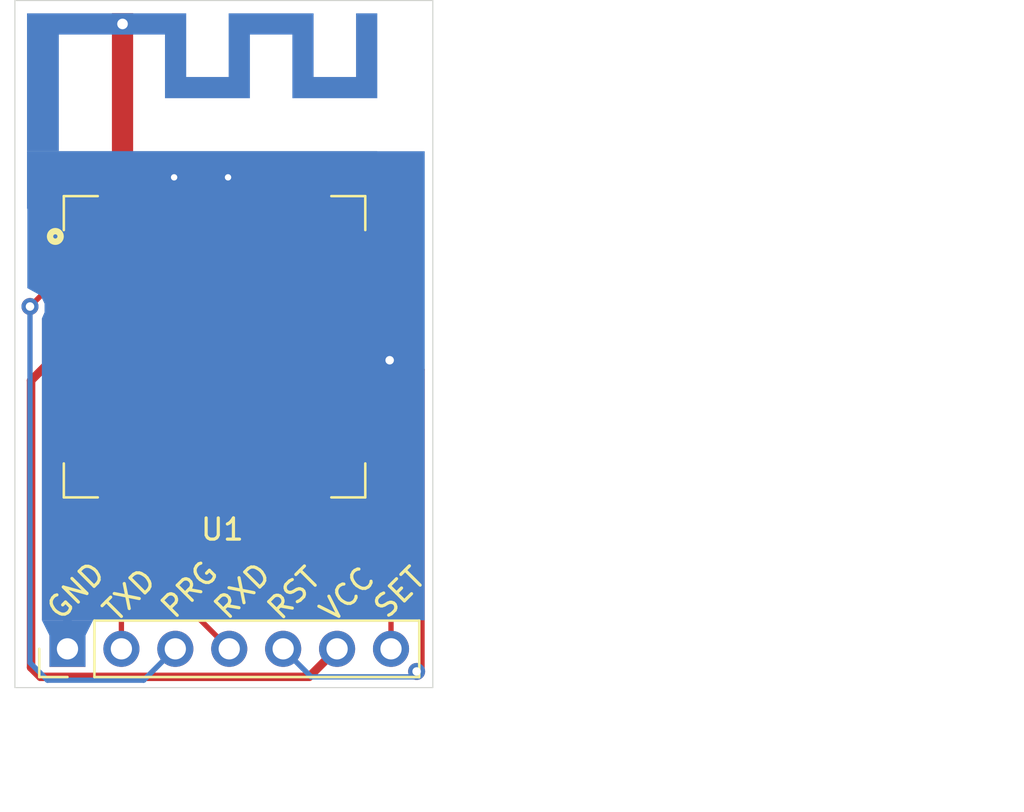
<source format=kicad_pcb>
(kicad_pcb (version 20171130) (host pcbnew "(5.1.8)-1")

  (general
    (thickness 1)
    (drawings 14)
    (tracks 54)
    (zones 0)
    (modules 2)
    (nets 29)
  )

  (page A4)
  (layers
    (0 F.Cu signal)
    (31 B.Cu signal)
    (32 B.Adhes user)
    (33 F.Adhes user)
    (34 B.Paste user)
    (35 F.Paste user)
    (36 B.SilkS user)
    (37 F.SilkS user)
    (38 B.Mask user)
    (39 F.Mask user)
    (40 Dwgs.User user)
    (41 Cmts.User user)
    (42 Eco1.User user)
    (43 Eco2.User user)
    (44 Edge.Cuts user)
    (45 Margin user)
    (46 B.CrtYd user)
    (47 F.CrtYd user)
    (48 B.Fab user)
    (49 F.Fab user)
  )

  (setup
    (last_trace_width 0.25)
    (user_trace_width 0.4)
    (trace_clearance 0.2)
    (zone_clearance 0)
    (zone_45_only no)
    (trace_min 0.2)
    (via_size 0.8)
    (via_drill 0.4)
    (via_min_size 0.4)
    (via_min_drill 0.3)
    (uvia_size 0.3)
    (uvia_drill 0.1)
    (uvias_allowed no)
    (uvia_min_size 0.2)
    (uvia_min_drill 0.1)
    (edge_width 0.05)
    (segment_width 0.2)
    (pcb_text_width 0.3)
    (pcb_text_size 1.5 1.5)
    (mod_edge_width 0.12)
    (mod_text_size 1 1)
    (mod_text_width 0.15)
    (pad_size 1.524 1.524)
    (pad_drill 0.762)
    (pad_to_mask_clearance 0)
    (aux_axis_origin 0 0)
    (visible_elements 7FFFFFFF)
    (pcbplotparams
      (layerselection 0x010ec_ffffffff)
      (usegerberextensions false)
      (usegerberattributes true)
      (usegerberadvancedattributes true)
      (creategerberjobfile true)
      (excludeedgelayer true)
      (linewidth 0.100000)
      (plotframeref false)
      (viasonmask false)
      (mode 1)
      (useauxorigin false)
      (hpglpennumber 1)
      (hpglpenspeed 20)
      (hpglpendiameter 15.000000)
      (psnegative false)
      (psa4output false)
      (plotreference true)
      (plotvalue true)
      (plotinvisibletext false)
      (padsonsilk false)
      (subtractmaskfromsilk false)
      (outputformat 4)
      (mirror false)
      (drillshape 0)
      (scaleselection 1)
      (outputdirectory "gerber/"))
  )

  (net 0 "")
  (net 1 /SET)
  (net 2 /VCC)
  (net 3 /RST)
  (net 4 /RXD)
  (net 5 /PRG)
  (net 6 /TXD)
  (net 7 /TWE_GND)
  (net 8 "Net-(U1-Pad25)")
  (net 9 "Net-(U1-Pad27)")
  (net 10 "Net-(U1-Pad26)")
  (net 11 "Net-(U1-Pad7)")
  (net 12 "Net-(U1-Pad4)")
  (net 13 "Net-(U1-Pad6)")
  (net 14 "Net-(U1-Pad1)")
  (net 15 "Net-(U1-Pad3)")
  (net 16 "Net-(U1-Pad10)")
  (net 17 "Net-(U1-Pad11)")
  (net 18 "Net-(U1-Pad12)")
  (net 19 "Net-(U1-Pad14)")
  (net 20 "Net-(U1-Pad15)")
  (net 21 "Net-(U1-Pad16)")
  (net 22 "Net-(U1-Pad17)")
  (net 23 "Net-(U1-Pad18)")
  (net 24 "Net-(U1-Pad19)")
  (net 25 "Net-(U1-Pad24)")
  (net 26 "Net-(U1-Pad22)")
  (net 27 "Net-(U1-Pad23)")
  (net 28 "Net-(U1-Pad29)")

  (net_class Default "This is the default net class."
    (clearance 0.2)
    (trace_width 0.25)
    (via_dia 0.8)
    (via_drill 0.4)
    (uvia_dia 0.3)
    (uvia_drill 0.1)
    (add_net /PRG)
    (add_net /RST)
    (add_net /RXD)
    (add_net /SET)
    (add_net /TWE_GND)
    (add_net /TXD)
    (add_net /VCC)
    (add_net "Net-(U1-Pad1)")
    (add_net "Net-(U1-Pad10)")
    (add_net "Net-(U1-Pad11)")
    (add_net "Net-(U1-Pad12)")
    (add_net "Net-(U1-Pad14)")
    (add_net "Net-(U1-Pad15)")
    (add_net "Net-(U1-Pad16)")
    (add_net "Net-(U1-Pad17)")
    (add_net "Net-(U1-Pad18)")
    (add_net "Net-(U1-Pad19)")
    (add_net "Net-(U1-Pad22)")
    (add_net "Net-(U1-Pad23)")
    (add_net "Net-(U1-Pad24)")
    (add_net "Net-(U1-Pad25)")
    (add_net "Net-(U1-Pad26)")
    (add_net "Net-(U1-Pad27)")
    (add_net "Net-(U1-Pad29)")
    (add_net "Net-(U1-Pad3)")
    (add_net "Net-(U1-Pad4)")
    (add_net "Net-(U1-Pad6)")
    (add_net "Net-(U1-Pad7)")
  )

  (module MonoWireless:MonoWireless_TWELITE_SMD_w_RevF_Ant (layer F.Cu) (tedit 600137CE) (tstamp 5FFEB71F)
    (at 112.9096 74.103601)
    (descr https://www.mono-wireless.com/jp/products/TWE-LITE/MW-PDS-TWELITE-JP.pdf)
    (tags "TWELITE TWE-L-WX MW-R-WX PCB Antenna")
    (path /5FFEB28A)
    (attr smd)
    (fp_text reference U1 (at 0.365736 8.612759) (layer F.SilkS)
      (effects (font (size 1 1) (thickness 0.15)))
    )
    (fp_text value TWE-L-WX (at 0.5 10.5) (layer F.Fab)
      (effects (font (size 1 1) (thickness 0.15)))
    )
    (fp_line (start 8.68 -6.99) (end 10.59 -8.97) (layer Cmts.User) (width 0.12))
    (fp_poly (pts (xy 8.55 -7.82) (xy 8.98 -6.19) (xy 8.29 -4.32) (xy -9.02 -3.6)
      (xy -10 -5.6) (xy -9.41 -7.04) (xy -9.76 -9.21) (xy 9.16 -9.21)) (layer Cmts.User) (width 0))
    (fp_line (start -5.36 -6.5) (end 1.3 -6.5) (layer B.CrtYd) (width 0.01))
    (fp_line (start -6.84 -6.5) (end -5.303866 -4.968869) (layer B.CrtYd) (width 0.01))
    (fp_line (start -5.344954 -6.484996) (end -4.538426 -5.694078) (layer Cmts.User) (width 0.01))
    (fp_line (start -8.834997 -8.49373) (end -5.303866 -4.962599) (layer Cmts.User) (width 0.01))
    (fp_line (start 7.7 -8) (end 1.3 -8) (layer B.CrtYd) (width 0.01))
    (fp_line (start 1.3 -8) (end 1.3 -6.5) (layer B.CrtYd) (width 0.01))
    (fp_line (start -8.9 -15.8) (end 7.7 -15.8) (layer B.CrtYd) (width 0.01))
    (fp_line (start -8.9 -6.5) (end -8.9 -15.8) (layer B.CrtYd) (width 0.01))
    (fp_line (start -6.84 -6.5) (end -8.9 -6.5) (layer B.CrtYd) (width 0.01))
    (fp_line (start 7.7 -15.8) (end 7.7 -8) (layer B.CrtYd) (width 0.01))
    (fp_line (start -8.9 -8.4) (end -7.69 -7.2) (layer F.CrtYd) (width 0.05))
    (fp_line (start -8.9 -15.8) (end -8.9 -8.4) (layer F.CrtYd) (width 0.05))
    (fp_line (start 6.985 6.985) (end 6.985 -6.985) (layer F.Fab) (width 0.1))
    (fp_line (start -7.69 -7.2) (end -7.69 7.69) (layer F.CrtYd) (width 0.05))
    (fp_line (start 7.7 -15.8) (end -8.9 -15.8) (layer F.CrtYd) (width 0.05))
    (fp_line (start 7.7 7.69) (end 7.7 -15.8) (layer F.CrtYd) (width 0.05))
    (fp_line (start -6.985 6.985) (end 6.985 6.985) (layer F.Fab) (width 0.1))
    (fp_line (start -6.25 -6.985) (end -6.985 -6.25) (layer F.Fab) (width 0.1))
    (fp_line (start -7.69 7.69) (end 7.69 7.69) (layer F.CrtYd) (width 0.05))
    (fp_line (start -6.985 -6.25) (end -6.985 6.985) (layer F.Fab) (width 0.1))
    (fp_line (start 6.985 -6.985) (end -6.25 -6.985) (layer F.Fab) (width 0.1))
    (fp_poly (pts (xy -1.334995 -12.714999) (xy 0.665002 -12.714999) (xy 0.665002 -15.714993) (xy 4.664998 -15.714993)
      (xy 4.664998 -12.714999) (xy 6.664997 -12.714999) (xy 6.664997 -15.714993) (xy 7.665013 -15.714993)
      (xy 7.665013 -11.714996) (xy 3.665017 -11.714996) (xy 3.665017 -14.714998) (xy 1.665019 -14.714998)
      (xy 1.665003 -11.714995) (xy -2.335012 -11.714996) (xy -2.335012 -14.714998) (xy -7.33499 -14.714998)
      (xy -7.33499 -9.214995) (xy -8.834997 -9.214995) (xy -8.834997 -15.714993) (xy -1.334995 -15.714993)) (layer B.Cu) (width 0))
    (fp_poly (pts (xy 7.666503 -9.214995) (xy -8.834997 -9.214995) (xy -8.834997 -6.504995) (xy 7.665013 -6.504995)
      (xy 7.666503 -9.220595)) (layer B.Cu) (width 0))
    (fp_poly (pts (xy -3.834997 -8.214996) (xy -7.58501 -8.214996) (xy -4.614397 -5.296295) (xy -4.411197 -5.105795)
      (xy -4.703297 -4.839095) (xy -4.902302 -5.03228) (xy -8.081497 -8.217295) (xy -8.08501 -8.714996)
      (xy -4.834997 -8.714996) (xy -4.834997 -15.714994) (xy -3.834997 -15.714994)) (layer F.Cu) (width 0))
    (fp_poly (pts (xy 1.085004 -6.866003) (xy 0.185004 -6.866003) (xy 0.185004 -7.984996) (xy 1.085004 -7.984996)) (layer F.Cu) (width 0))
    (fp_poly (pts (xy -1.454996 -6.866003) (xy -2.354996 -6.866003) (xy -2.354996 -7.984996) (xy -1.454996 -7.984996)) (layer F.Cu) (width 0))
    (fp_line (start 7.665013 -15.714993) (end 7.665013 -11.714996) (layer F.Fab) (width 0.01))
    (fp_line (start -5.36 -6.5) (end -4.538426 -5.694078) (layer B.CrtYd) (width 0.01))
    (fp_line (start 1.270003 -6.484996) (end -5.344954 -6.484996) (layer Cmts.User) (width 0.01))
    (fp_line (start 1.270003 -7.964996) (end 1.270003 -6.484996) (layer Cmts.User) (width 0.01))
    (fp_line (start 7.665013 -7.964996) (end 1.270003 -7.964996) (layer Cmts.User) (width 0.01))
    (fp_line (start 7.665013 -15.8) (end 7.665013 -7.964996) (layer F.Fab) (width 0.01))
    (fp_line (start -8.834997 -15.8) (end 7.665013 -15.8) (layer Cmts.User) (width 0.01))
    (fp_line (start -8.834997 -8.493729) (end -8.834997 -15.8) (layer Cmts.User) (width 0.01))
    (fp_line (start -7.1 -7.1) (end -7.1 -5.5) (layer F.SilkS) (width 0.12))
    (fp_line (start -7.1 -7.1) (end -5.5 -7.1) (layer F.SilkS) (width 0.12))
    (fp_line (start 7.1 -7.1) (end 5.5 -7.1) (layer F.SilkS) (width 0.12))
    (fp_line (start 7.1 -7.1) (end 7.1 -5.5) (layer F.SilkS) (width 0.12))
    (fp_line (start 7.1 7.1) (end 5.5 7.1) (layer F.SilkS) (width 0.12))
    (fp_line (start 7.1 7.1) (end 7.1 5.5) (layer F.SilkS) (width 0.12))
    (fp_line (start -7.1 7.1) (end -7.1 5.5) (layer F.SilkS) (width 0.12))
    (fp_line (start -5.5 7.1) (end -7.1 7.1) (layer F.SilkS) (width 0.12))
    (fp_circle (center -7.5 -5.2) (end -7.4 -5.2) (layer F.SilkS) (width 0.3))
    (fp_circle (center -4.335775 -6.985) (end -4.235775 -6.985) (layer F.Mask) (width 0.3))
    (fp_circle (center -4.335 -4.715) (end -4.035 -4.715) (layer F.Cu) (width 0.7))
    (fp_circle (center -4.335 -4.715) (end -4.035 -4.715) (layer F.Mask) (width 0.75))
    (fp_circle (center -4.335 -4.715) (end -4.035 -4.715) (layer F.Paste) (width 0.7))
    (fp_line (start -5.344954 -6.484996) (end -4.538426 -5.694078) (layer F.Fab) (width 0.01))
    (fp_line (start 7.665013 -15.714993) (end 7.665013 -11.714996) (layer F.Fab) (width 0.01))
    (fp_line (start -8.834997 -8.49373) (end -5.303866 -4.962599) (layer F.Fab) (width 0.01))
    (fp_line (start -8.834997 -15.8) (end 7.665013 -15.8) (layer F.Fab) (width 0.01))
    (fp_line (start 1.270003 -7.964996) (end 1.270003 -6.484996) (layer F.Fab) (width 0.01))
    (fp_line (start 7.665013 -15.8) (end 7.665013 -7.964996) (layer Cmts.User) (width 0.01))
    (fp_line (start 7.665013 -7.964996) (end 1.270003 -7.964996) (layer F.Fab) (width 0.01))
    (fp_line (start 1.270003 -6.484996) (end -5.344954 -6.484996) (layer F.Fab) (width 0.01))
    (fp_line (start -8.834997 -8.493729) (end -8.834997 -15.8) (layer F.Fab) (width 0.01))
    (fp_line (start 7.58 -13.82) (end 9.55 -14.45) (layer Cmts.User) (width 0.12))
    (fp_line (start 10.795 -5.08) (end 38.1 -5.08) (layer Cmts.User) (width 0.1))
    (fp_line (start 38.1 -5.08) (end 38.1 15.875) (layer Cmts.User) (width 0.1))
    (fp_line (start 38.1 15.875) (end 10.795 15.875) (layer Cmts.User) (width 0.1))
    (fp_line (start 10.795 15.875) (end 10.795 -5.08) (layer Cmts.User) (width 0.1))
    (fp_text user "RF CERTIFICATION: REFER THE FOLLOWING SITE." (at 12.43 -3.89) (layer Cmts.User)
      (effects (font (size 0.6 0.5) (thickness 0.08)) (justify left))
    )
    (fp_text user https://twelite.gitbook.io/general/radio-cert/design-revf-ant (at 12.53 -2.8) (layer Cmts.User)
      (effects (font (size 0.6 0.5) (thickness 0.08)) (justify left))
    )
    (fp_text user "- \"DRC\" WILL HAVE SOME WARNINGS/ERRORS" (at 12.49 2.48) (layer Cmts.User)
      (effects (font (size 0.6 0.5) (thickness 0.08)) (justify left))
    )
    (fp_text user "- REDISTRIBUTE THIS OR MODIFIED DESIGN" (at 13.01 11.92) (layer Cmts.User)
      (effects (font (size 0.6 0.5) (thickness 0.08)) (justify left))
    )
    (fp_text user "WITH LICENSE NOTICE OF \"MW-SLA-1\"" (at 14.07 13.09) (layer Cmts.User)
      (effects (font (size 0.6 0.5) (thickness 0.08)) (justify left))
    )
    (fp_text user "- USE WITHOUT ANY LOYALTY FEE" (at 13.05 9.66) (layer Cmts.User)
      (effects (font (size 0.6 0.5) (thickness 0.08)) (justify left))
    )
    (fp_text user "* SEE LICENSE NOTICE FOR FURTHER DETAILS" (at 13.11 14.2) (layer Cmts.User)
      (effects (font (size 0.6 0.5) (thickness 0.08)) (justify left))
    )
    (fp_text user https://mono-wireless.com/jp/products/TWE-NET/license.html (at 12.89 6.61) (layer Cmts.User)
      (effects (font (size 0.6 0.5) (thickness 0.08)) (justify left))
    )
    (fp_text user "THIS DEISGN IS RELEASED UNDER \"MW-SLA-1\"." (at 12.84 5.52) (layer Cmts.User)
      (effects (font (size 0.6 0.5) (thickness 0.08)) (justify left))
    )
    (fp_text user "Copyright (C) 2021 Mono Wireless Inc. All Rights Reserved." (at 12.1 4.2) (layer Cmts.User)
      (effects (font (size 0.6 0.5) (thickness 0.08)) (justify left))
    )
    (fp_text user "AS LONG AS USED WITH TWELITE RF MODULE, YOU CAN ..." (at 12.99 8.52) (layer Cmts.User)
      (effects (font (size 0.6 0.5) (thickness 0.08)) (justify left))
    )
    (fp_text user "- USE FOR COMMERCIAL PURPOSE" (at 13.01 10.75) (layer Cmts.User)
      (effects (font (size 0.6 0.5) (thickness 0.08)) (justify left))
    )
    (fp_text user "- NEVER CHANGE \"DO NOT WIRE\" AREA" (at 12.49 1.39) (layer Cmts.User)
      (effects (font (size 0.6 0.5) (thickness 0.08)) (justify left))
    )
    (fp_text user "- PCB MATERIAL FR-4, T=1.0mm (2 or 4Layers)" (at 12.49 0.37) (layer Cmts.User)
      (effects (font (size 0.6 0.5) (thickness 0.08)) (justify left))
    )
    (fp_text user "GENERAL NOTICES:" (at 12.39 -0.72) (layer Cmts.User)
      (effects (font (size 0.6 0.5) (thickness 0.08)) (justify left))
    )
    (fp_text user "(e.g. WIRE, SCREWS)" (at 10.18 -12.18) (layer Cmts.User)
      (effects (font (size 0.6 0.5) (thickness 0.08)) (justify left))
    )
    (fp_text user "AROUND ANTENNA ELEMENT" (at 10.1 -13.35) (layer Cmts.User)
      (effects (font (size 0.6 0.5) (thickness 0.08)) (justify left))
    )
    (fp_text user "NO CONDUCTIVE MATTERS" (at 10.06 -14.45) (layer Cmts.User)
      (effects (font (size 0.6 0.5) (thickness 0.08)) (justify left))
    )
    (fp_text user "- MINIMIZE WIRING ON GND PLANE ON \"B\"" (at 10.81 -6.78) (layer Cmts.User)
      (effects (font (size 0.6 0.5) (thickness 0.08)) (justify left))
    )
    (fp_text user "- SIZE -> X: 20 to 40mm, Y: 20 to 40mm" (at 10.77 -7.92) (layer Cmts.User)
      (effects (font (size 0.6 0.5) (thickness 0.08)) (justify left))
    )
    (fp_arc (start -4.335007 -4.714986) (end -5.303866 -4.962599) (angle -296.1) (layer F.Fab) (width 0.01))
    (fp_text user "MORE GND AREA ON \"B\" LAYER FOR BETTER RF PERFORMANCE" (at 10.77 -9.15) (layer Cmts.User)
      (effects (font (size 0.6 0.5) (thickness 0.08)) (justify left))
    )
    (fp_arc (start -4.335007 -4.714986) (end -5.303866 -4.962599) (angle -296.1) (layer Cmts.User) (width 0.01))
    (fp_text user %R (at 0 -0.8) (layer F.Fab)
      (effects (font (size 1 1) (thickness 0.15)))
    )
    (fp_arc (start -4.335007 -4.714986) (end -5.303866 -4.962599) (angle -296.1) (layer B.CrtYd) (width 0.01))
    (fp_text user "DO NOT WIRE" (at 2 -10.26) (layer Cmts.User)
      (effects (font (size 1 1) (thickness 0.15)))
    )
    (pad 29 smd oval (at -0.635 -6.735 90) (size 1.4 0.9) (layers F.Cu F.Paste F.Mask)
      (net 28 "Net-(U1-Pad29)") (zone_connect 0))
    (pad 27 smd oval (at 1.905 -6.735 90) (size 1.4 0.9) (layers F.Cu F.Paste F.Mask)
      (net 9 "Net-(U1-Pad27)") (zone_connect 0))
    (pad 26 smd oval (at 3.175 -6.735 90) (size 1.4 0.9) (layers F.Cu F.Paste F.Mask)
      (net 10 "Net-(U1-Pad26)") (zone_connect 0))
    (pad 24 smd oval (at 6.735 -4.445) (size 1.4 0.9) (layers F.Cu F.Paste F.Mask)
      (net 25 "Net-(U1-Pad24)") (zone_connect 0))
    (pad 23 smd oval (at 6.735 -3.175) (size 1.4 0.9) (layers F.Cu F.Paste F.Mask)
      (net 27 "Net-(U1-Pad23)") (zone_connect 0))
    (pad 22 smd oval (at 6.735 -1.905) (size 1.4 0.9) (layers F.Cu F.Paste F.Mask)
      (net 26 "Net-(U1-Pad22)") (zone_connect 0))
    (pad 21 smd oval (at 6.735 -0.635) (size 1.4 0.9) (layers F.Cu F.Paste F.Mask)
      (net 3 /RST) (zone_connect 0))
    (pad 20 smd oval (at 6.735 0.635) (size 1.4 0.9) (layers F.Cu F.Paste F.Mask)
      (net 7 /TWE_GND) (zone_connect 0))
    (pad 19 smd oval (at 6.735 1.905) (size 1.4 0.9) (layers F.Cu F.Paste F.Mask)
      (net 24 "Net-(U1-Pad19)") (zone_connect 0))
    (pad 18 smd oval (at 6.735 3.175) (size 1.4 0.9) (layers F.Cu F.Paste F.Mask)
      (net 23 "Net-(U1-Pad18)") (zone_connect 0))
    (pad 16 smd oval (at 4.445 6.735 270) (size 1.4 0.9) (layers F.Cu F.Paste F.Mask)
      (net 21 "Net-(U1-Pad16)") (zone_connect 0))
    (pad 15 smd oval (at 3.175 6.735 270) (size 1.4 0.9) (layers F.Cu F.Paste F.Mask)
      (net 20 "Net-(U1-Pad15)") (zone_connect 0))
    (pad 14 smd oval (at 1.905 6.735 270) (size 1.4 0.9) (layers F.Cu F.Paste F.Mask)
      (net 19 "Net-(U1-Pad14)") (zone_connect 0))
    (pad 13 smd oval (at 0.635 6.735 270) (size 1.4 0.9) (layers F.Cu F.Paste F.Mask)
      (net 1 /SET) (zone_connect 0))
    (pad 12 smd oval (at -0.635 6.735 270) (size 1.4 0.9) (layers F.Cu F.Paste F.Mask)
      (net 18 "Net-(U1-Pad12)") (zone_connect 0))
    (pad 11 smd oval (at -1.905 6.735 270) (size 1.4 0.9) (layers F.Cu F.Paste F.Mask)
      (net 17 "Net-(U1-Pad11)") (zone_connect 0))
    (pad 10 smd oval (at -3.175 6.735 270) (size 1.4 0.9) (layers F.Cu F.Paste F.Mask)
      (net 16 "Net-(U1-Pad10)") (zone_connect 0))
    (pad 8 smd oval (at -6.735 4.445) (size 1.4 0.9) (layers F.Cu F.Paste F.Mask)
      (net 6 /TXD) (zone_connect 0))
    (pad 7 smd oval (at -6.735 3.175) (size 1.4 0.9) (layers F.Cu F.Paste F.Mask)
      (net 11 "Net-(U1-Pad7)") (zone_connect 0))
    (pad 6 smd oval (at -6.735 1.905) (size 1.4 0.9) (layers F.Cu F.Paste F.Mask)
      (net 13 "Net-(U1-Pad6)") (zone_connect 0))
    (pad 5 smd oval (at -6.735 0.635) (size 1.4 0.9) (layers F.Cu F.Paste F.Mask)
      (net 2 /VCC) (zone_connect 0))
    (pad 4 smd oval (at -6.735 -0.635) (size 1.4 0.9) (layers F.Cu F.Paste F.Mask)
      (net 12 "Net-(U1-Pad4)") (zone_connect 0))
    (pad 3 smd oval (at -6.735 -1.905) (size 1.4 0.9) (layers F.Cu F.Paste F.Mask)
      (net 15 "Net-(U1-Pad3)") (zone_connect 0))
    (pad 2 smd oval (at -6.735 -3.175) (size 1.4 0.9) (layers F.Cu F.Paste F.Mask)
      (net 5 /PRG) (zone_connect 0))
    (pad 31 smd oval (at -3.175 -6.835 270) (size 1.2 0.9) (layers F.Cu F.Paste F.Mask)
      (net 7 /TWE_GND) (zone_connect 0))
    (pad "" thru_hole rect (at -4.334997 -15.214995 270) (size 1 1) (drill 0.5) (layers *.Cu *.Mask)
      (zone_connect 0))
    (pad "" smd custom (at -1.905004 -6.985 270) (size 0.9 0.9) (layers F.Cu F.Paste F.Mask)
      (zone_connect 0)
      (options (clearance outline) (anchor circle))
      (primitives
        (gr_poly (pts
           (xy 0.715 0.175) (xy 0.315 0.175) (xy 0.315 -0.225) (xy 0.715 -0.225)) (width 0.1))
        (gr_circle (center 0.5 0) (end 0.8 0) (width 0.3))
        (gr_poly (pts
           (xy 0.45 0.45) (xy -0.05 0.45) (xy -0.05 -0.45) (xy 0.45 -0.45)) (width 0))
      ))
    (pad 28 thru_hole circle (at 0.635003 -7.984995 270) (size 0.9 0.9) (drill 0.3) (layers *.Cu)
      (net 7 /TWE_GND) (zone_connect 0))
    (pad 32 smd oval (at -4.445004 -6.835 270) (size 1.2 0.9) (layers F.Cu F.Paste F.Mask)
      (net 7 /TWE_GND) (zone_connect 0))
    (pad 25 smd oval (at 4.445 -6.735 90) (size 1.4 0.9) (layers F.Cu F.Paste F.Mask)
      (net 8 "Net-(U1-Pad25)") (zone_connect 0))
    (pad "" smd custom (at 0.635 -6.985 270) (size 0.9 0.9) (layers F.Cu F.Paste F.Mask)
      (zone_connect 0)
      (options (clearance outline) (anchor circle))
      (primitives
        (gr_poly (pts
           (xy 0.715 0.175) (xy 0.315 0.175) (xy 0.315 -0.225) (xy 0.715 -0.225)) (width 0.1))
        (gr_circle (center 0.5 0) (end 0.8 0) (width 0.3))
        (gr_poly (pts
           (xy 0.45 0.45) (xy -0.05 0.45) (xy -0.05 -0.45) (xy 0.45 -0.45)) (width 0))
      ))
    (pad 30 thru_hole circle (at -1.904997 -7.984995 270) (size 0.9 0.9) (drill 0.3) (layers *.Cu)
      (net 7 /TWE_GND) (zone_connect 0))
    (pad 1 smd oval (at -6.735 -4.445) (size 1.4 0.9) (layers F.Cu F.Paste F.Mask)
      (net 14 "Net-(U1-Pad1)") (zone_connect 0))
    (pad 9 smd oval (at -4.445 6.735 270) (size 1.4 0.9) (layers F.Cu F.Paste F.Mask)
      (net 4 /RXD) (zone_connect 0))
    (pad 17 smd oval (at 6.735 4.445) (size 1.4 0.9) (layers F.Cu F.Paste F.Mask)
      (net 22 "Net-(U1-Pad17)") (zone_connect 0))
  )

  (module Connector_PinHeader_2.54mm:PinHeader_1x07_P2.54mm_Vertical (layer F.Cu) (tedit 59FED5CC) (tstamp 5FFEB6CB)
    (at 105.9815 88.3412 90)
    (descr "Through hole straight pin header, 1x07, 2.54mm pitch, single row")
    (tags "Through hole pin header THT 1x07 2.54mm single row")
    (path /5FE4409B)
    (fp_text reference J2 (at 0 -2.33 90) (layer F.Fab)
      (effects (font (size 1 1) (thickness 0.15)))
    )
    (fp_text value Conn_01x07_Female (at 0 17.57 90) (layer F.Fab)
      (effects (font (size 1 1) (thickness 0.15)))
    )
    (fp_line (start 1.8 -1.8) (end -1.8 -1.8) (layer F.CrtYd) (width 0.05))
    (fp_line (start 1.8 17.05) (end 1.8 -1.8) (layer F.CrtYd) (width 0.05))
    (fp_line (start -1.8 17.05) (end 1.8 17.05) (layer F.CrtYd) (width 0.05))
    (fp_line (start -1.8 -1.8) (end -1.8 17.05) (layer F.CrtYd) (width 0.05))
    (fp_line (start -1.33 -1.33) (end 0 -1.33) (layer F.SilkS) (width 0.12))
    (fp_line (start -1.33 0) (end -1.33 -1.33) (layer F.SilkS) (width 0.12))
    (fp_line (start -1.33 1.27) (end 1.33 1.27) (layer F.SilkS) (width 0.12))
    (fp_line (start 1.33 1.27) (end 1.33 16.57) (layer F.SilkS) (width 0.12))
    (fp_line (start -1.33 1.27) (end -1.33 16.57) (layer F.SilkS) (width 0.12))
    (fp_line (start -1.33 16.57) (end 1.33 16.57) (layer F.SilkS) (width 0.12))
    (fp_line (start -1.27 -0.635) (end -0.635 -1.27) (layer F.Fab) (width 0.1))
    (fp_line (start -1.27 16.51) (end -1.27 -0.635) (layer F.Fab) (width 0.1))
    (fp_line (start 1.27 16.51) (end -1.27 16.51) (layer F.Fab) (width 0.1))
    (fp_line (start 1.27 -1.27) (end 1.27 16.51) (layer F.Fab) (width 0.1))
    (fp_line (start -0.635 -1.27) (end 1.27 -1.27) (layer F.Fab) (width 0.1))
    (fp_text user %R (at 0 7.62) (layer F.Fab)
      (effects (font (size 1 1) (thickness 0.15)))
    )
    (pad 7 thru_hole oval (at 0 15.24 90) (size 1.7 1.7) (drill 1) (layers *.Cu *.Mask)
      (net 1 /SET))
    (pad 6 thru_hole oval (at 0 12.7 90) (size 1.7 1.7) (drill 1) (layers *.Cu *.Mask)
      (net 2 /VCC))
    (pad 5 thru_hole oval (at 0 10.16 90) (size 1.7 1.7) (drill 1) (layers *.Cu *.Mask)
      (net 3 /RST))
    (pad 4 thru_hole oval (at 0 7.62 90) (size 1.7 1.7) (drill 1) (layers *.Cu *.Mask)
      (net 4 /RXD))
    (pad 3 thru_hole oval (at 0 5.08 90) (size 1.7 1.7) (drill 1) (layers *.Cu *.Mask)
      (net 5 /PRG))
    (pad 2 thru_hole oval (at 0 2.54 90) (size 1.7 1.7) (drill 1) (layers *.Cu *.Mask)
      (net 6 /TXD))
    (pad 1 thru_hole rect (at 0 0 90) (size 1.7 1.7) (drill 1) (layers *.Cu *.Mask)
      (net 7 /TWE_GND))
    (model ${KISYS3DMOD}/Connector_PinHeader_2.54mm.3dshapes/PinHeader_1x07_P2.54mm_Vertical.wrl
      (at (xyz 0 0 0))
      (scale (xyz 1 1 1))
      (rotate (xyz 0 0 0))
    )
  )

  (gr_text SET (at 121.6152 85.6742 45) (layer F.SilkS) (tstamp 6000472A)
    (effects (font (size 1 1) (thickness 0.15)))
  )
  (gr_text VCC (at 119.1514 85.7758 45) (layer F.SilkS) (tstamp 60004726)
    (effects (font (size 1 1) (thickness 0.15)))
  )
  (gr_text RST (at 116.6368 85.7123 45) (layer F.SilkS) (tstamp 60004721)
    (effects (font (size 1 1) (thickness 0.15)))
  )
  (gr_text RXD (at 114.2111 85.6107 45) (layer F.SilkS)
    (effects (font (size 1 1) (thickness 0.15)))
  )
  (gr_text PRG (at 111.7219 85.5472 45) (layer F.SilkS)
    (effects (font (size 1 1) (thickness 0.15)))
  )
  (gr_text TXD (at 108.8898 85.8012 45) (layer F.SilkS)
    (effects (font (size 1 1) (thickness 0.15)))
  )
  (gr_text GND (at 106.3752 85.6107 45) (layer F.SilkS)
    (effects (font (size 1 1) (thickness 0.15)))
  )
  (gr_poly (pts (xy 122.809 86.995) (xy 104.775 86.995) (xy 104.775 72.771) (xy 104.902 72.48) (xy 104.902 72.0725) (xy 104.72 71.69) (xy 104.09 71.34) (xy 104.09 67.68) (xy 104.074613 64.888608) (xy 120.574613 64.888608) (xy 122.809 64.888608)) (layer B.Cu) (width 0))
  (gr_poly (pts (xy 106.807 87.757) (xy 105.156 87.757) (xy 104.775 86.995) (xy 107.188 86.995)) (layer B.Cu) (width 0))
  (gr_poly (pts (xy 113.8555 68.326) (xy 114.1095 68.326) (xy 118.618 68.326) (xy 118.618 79.883) (xy 107.188 79.883) (xy 107.188 70.8025) (xy 109.274613 70.8025) (xy 109.874613 70.388608) (xy 110.074613 69.688608) (xy 110.074613 68.326)) (layer F.Cu) (width 0))
  (gr_line (start 103.505 57.785) (end 103.505 90.17) (layer Edge.Cuts) (width 0.05) (tstamp 5FFEB82C))
  (gr_line (start 123.19 57.785) (end 103.505 57.785) (layer Edge.Cuts) (width 0.05) (tstamp 60002408))
  (gr_line (start 123.19 90.17) (end 123.19 57.785) (layer Edge.Cuts) (width 0.05))
  (gr_line (start 103.505 90.17) (end 123.19 90.17) (layer Edge.Cuts) (width 0.05))

  (segment (start 111.0046 67.945785) (end 111.0046 67.118601) (width 0.4) (layer F.Cu) (net 0))
  (segment (start 111.0046 69.1449) (end 110.998 69.1515) (width 0.4) (layer F.Cu) (net 0))
  (segment (start 111.0046 67.118601) (end 111.0046 69.1449) (width 0.4) (layer F.Cu) (net 0))
  (segment (start 111.0112 69.1515) (end 111.0046 69.1449) (width 0.4) (layer F.Cu) (net 0))
  (segment (start 112.268 69.1515) (end 111.0112 69.1515) (width 0.4) (layer F.Cu) (net 0))
  (segment (start 121.2215 88.3412) (end 121.2215 86.9315) (width 0.25) (layer F.Cu) (net 1))
  (segment (start 121.2215 86.9315) (end 118.11 83.82) (width 0.25) (layer F.Cu) (net 1))
  (segment (start 118.11 83.82) (end 115.57 83.82) (width 0.25) (layer F.Cu) (net 1))
  (segment (start 113.5446 81.7946) (end 113.5446 80.588601) (width 0.25) (layer F.Cu) (net 1))
  (segment (start 115.57 83.82) (end 113.5446 81.7946) (width 0.25) (layer F.Cu) (net 1))
  (segment (start 105.220399 74.738601) (end 105.9246 74.738601) (width 0.4) (layer F.Cu) (net 2))
  (segment (start 104.267 75.692) (end 105.220399 74.738601) (width 0.4) (layer F.Cu) (net 2))
  (segment (start 104.267 89.2175) (end 104.267 75.692) (width 0.4) (layer F.Cu) (net 2))
  (segment (start 104.7115 89.662) (end 104.267 89.2175) (width 0.4) (layer F.Cu) (net 2))
  (segment (start 117.3607 89.662) (end 104.7115 89.662) (width 0.4) (layer F.Cu) (net 2))
  (segment (start 118.6815 88.3412) (end 117.3607 89.662) (width 0.4) (layer F.Cu) (net 2))
  (via (at 122.428 89.408) (size 0.8) (drill 0.4) (layers F.Cu B.Cu) (net 3))
  (segment (start 120.966601 73.468601) (end 119.3946 73.468601) (width 0.25) (layer F.Cu) (net 3))
  (segment (start 122.682 75.184) (end 120.966601 73.468601) (width 0.25) (layer F.Cu) (net 3))
  (segment (start 122.682 89.408) (end 122.682 75.184) (width 0.25) (layer F.Cu) (net 3))
  (segment (start 122.428 89.662) (end 122.682 89.408) (width 0.25) (layer B.Cu) (net 3))
  (segment (start 117.4623 89.662) (end 122.428 89.662) (width 0.25) (layer B.Cu) (net 3))
  (segment (start 116.1415 88.3412) (end 117.4623 89.662) (width 0.25) (layer B.Cu) (net 3))
  (segment (start 108.4646 83.2043) (end 108.4646 80.588601) (width 0.25) (layer F.Cu) (net 4))
  (segment (start 113.6015 88.3412) (end 108.4646 83.2043) (width 0.25) (layer F.Cu) (net 4))
  (segment (start 105.601399 70.928601) (end 105.9246 70.928601) (width 0.25) (layer F.Cu) (net 5))
  (segment (start 104.013 72.1995) (end 104.013 72.1995) (width 0.4) (layer B.Cu) (net 5) (tstamp 5FFFFC38))
  (via (at 104.2162 72.20712) (size 0.8) (drill 0.4) (layers F.Cu B.Cu) (net 5) (tstamp 60002949))
  (segment (start 104.22382 72.1995) (end 104.013 72.1995) (width 0.25) (layer F.Cu) (net 5))
  (segment (start 105.494719 70.928601) (end 104.22382 72.1995) (width 0.25) (layer F.Cu) (net 5))
  (segment (start 105.9246 70.928601) (end 105.494719 70.928601) (width 0.25) (layer F.Cu) (net 5))
  (segment (start 104.2162 72.4027) (end 104.013 72.1995) (width 0.25) (layer B.Cu) (net 5))
  (segment (start 104.2162 88.995902) (end 104.2162 72.4027) (width 0.25) (layer B.Cu) (net 5))
  (segment (start 105.040288 89.81999) (end 104.2162 88.995902) (width 0.25) (layer B.Cu) (net 5))
  (segment (start 109.57001 89.81999) (end 105.040288 89.81999) (width 0.25) (layer B.Cu) (net 5))
  (segment (start 111.0488 88.3412) (end 109.57001 89.81999) (width 0.25) (layer B.Cu) (net 5))
  (segment (start 111.0615 88.3412) (end 111.0488 88.3412) (width 0.25) (layer B.Cu) (net 5))
  (segment (start 108.5215 84.3915) (end 108.5215 88.3412) (width 0.25) (layer F.Cu) (net 6))
  (segment (start 105.9246 81.7946) (end 108.5215 84.3915) (width 0.25) (layer F.Cu) (net 6))
  (segment (start 105.9246 78.548601) (end 105.9246 81.7946) (width 0.25) (layer F.Cu) (net 6))
  (segment (start 114.313599 74.738601) (end 112.205399 74.738601) (width 0.4) (layer B.Cu) (net 7))
  (via (at 121.158 74.7395) (size 0.8) (drill 0.4) (layers F.Cu B.Cu) (net 7))
  (segment (start 119.3946 74.738601) (end 119.344699 74.6887) (width 0.4) (layer F.Cu) (net 7))
  (segment (start 113.5446 67.118601) (end 113.5446 72.739) (width 0.4) (layer F.Cu) (net 7))
  (segment (start 113.5446 69.9201) (end 113.5446 67.118601) (width 0.4) (layer F.Cu) (net 7))
  (segment (start 118.3132 74.6887) (end 113.5446 69.9201) (width 0.4) (layer F.Cu) (net 7))
  (segment (start 105.9815 80.9625) (end 112.205399 74.738601) (width 0.4) (layer B.Cu) (net 7))
  (segment (start 105.9815 88.3412) (end 105.9815 80.9625) (width 0.4) (layer B.Cu) (net 7))
  (segment (start 121.157101 74.738601) (end 121.158 74.7395) (width 0.4) (layer F.Cu) (net 7))
  (segment (start 119.3946 74.738601) (end 121.157101 74.738601) (width 0.4) (layer F.Cu) (net 7))
  (segment (start 112.2045 74.7395) (end 105.9815 80.9625) (width 0.4) (layer B.Cu) (net 7))
  (segment (start 121.158 74.7395) (end 112.2045 74.7395) (width 0.4) (layer B.Cu) (net 7))
  (segment (start 119.3946 74.738601) (end 117.797416 74.738601) (width 0.4) (layer F.Cu) (net 7))
  (segment (start 113.5446 65.9196) (end 113.5446 67.118601) (width 0.4) (layer F.Cu) (net 7))

)

</source>
